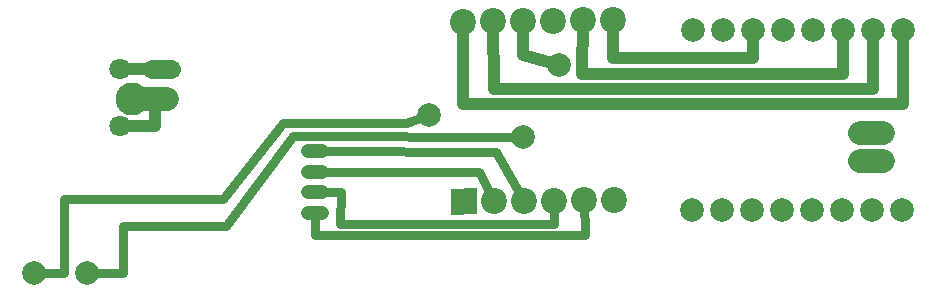
<source format=gbr>
%FSLAX34Y34*%
%MOMM*%
%LNCOPPER_BOTTOM*%
G71*
G01*
%ADD10C,1.200*%
%ADD11C,0.800*%
%ADD12C,2.200*%
%ADD13C,2.000*%
%ADD14C,2.000*%
%ADD15C,1.000*%
%ADD16C,2.800*%
%ADD17C,1.600*%
%ADD18C,2.000*%
%ADD19C,1.800*%
%LPD*%
G54D10*
X266500Y118500D02*
X278500Y118500D01*
G54D10*
X266500Y101000D02*
X278500Y101000D01*
G54D10*
X266500Y83500D02*
X278500Y83500D01*
G54D10*
X266500Y66000D02*
X278500Y66000D01*
G54D11*
X449885Y76165D02*
X426000Y118000D01*
X272500Y118500D01*
G54D11*
X272500Y101000D02*
X412000Y101000D01*
X424486Y75943D01*
G54D11*
X475284Y76387D02*
X475000Y57000D01*
X294000Y57000D01*
X294500Y83500D01*
X272500Y83500D01*
G54D11*
X272500Y66000D02*
X272500Y47000D01*
X501000Y47000D01*
X500683Y76608D01*
G36*
X387991Y86625D02*
X409991Y86817D01*
X410183Y64818D01*
X388183Y64626D01*
X387991Y86625D01*
G37*
X424486Y75943D02*
G54D12*
D03*
X449885Y76165D02*
G54D12*
D03*
X475284Y76387D02*
G54D12*
D03*
X500683Y76608D02*
G54D12*
D03*
X526082Y76830D02*
G54D12*
D03*
X524752Y229224D02*
G54D12*
D03*
X499353Y229002D02*
G54D12*
D03*
X473954Y228781D02*
G54D12*
D03*
X448555Y228559D02*
G54D12*
D03*
X423156Y228338D02*
G54D12*
D03*
X397757Y228116D02*
G54D12*
D03*
X770691Y220902D02*
G54D13*
D03*
X745291Y220880D02*
G54D13*
D03*
X719891Y220858D02*
G54D13*
D03*
X669091Y220813D02*
G54D13*
D03*
X643692Y220791D02*
G54D13*
D03*
X618291Y220769D02*
G54D13*
D03*
X592892Y220747D02*
G54D13*
D03*
X694492Y220836D02*
G54D13*
D03*
X769494Y68507D02*
G54D13*
D03*
X744094Y68485D02*
G54D13*
D03*
X718695Y68462D02*
G54D13*
D03*
X667895Y68418D02*
G54D13*
D03*
X642494Y68396D02*
G54D13*
D03*
X617094Y68374D02*
G54D13*
D03*
X591694Y68352D02*
G54D13*
D03*
X693295Y68440D02*
G54D13*
D03*
G54D14*
X734000Y110000D02*
X754000Y110000D01*
G54D14*
X734000Y134000D02*
X754000Y134000D01*
G54D15*
X524752Y229224D02*
X525000Y197000D01*
X643973Y196973D01*
X643692Y220791D01*
G54D15*
X719891Y220858D02*
X720000Y184000D01*
X499021Y184000D01*
X499353Y229002D01*
G54D15*
X745291Y220880D02*
X745000Y171000D01*
X424000Y171000D01*
X423156Y228338D01*
G54D15*
X770691Y220902D02*
X771000Y158000D01*
X398000Y158000D01*
X397757Y228116D01*
X479000Y191000D02*
G54D13*
D03*
G54D15*
X479000Y191000D02*
X449000Y200000D01*
X448555Y228559D01*
G54D11*
X80000Y15000D02*
X110000Y15000D01*
X110000Y55000D01*
X197500Y55000D01*
X254000Y131000D01*
X449000Y130000D01*
X449000Y130000D02*
G54D13*
D03*
X369000Y149000D02*
G54D13*
D03*
G54D11*
X35000Y15000D02*
X60000Y15000D01*
X60000Y77500D01*
X195000Y77500D01*
X246000Y142000D01*
X350000Y142000D01*
X369000Y149000D01*
X117500Y162500D02*
G54D16*
D03*
G54D14*
X127500Y162500D02*
X147500Y162500D01*
G54D17*
X134500Y187500D02*
X150500Y187500D01*
X35000Y15000D02*
G54D18*
D03*
X80000Y15000D02*
G54D18*
D03*
X107500Y187500D02*
G54D19*
D03*
X107500Y140000D02*
G54D19*
D03*
G54D15*
X107500Y187500D02*
X140448Y187500D01*
X141398Y188450D01*
G54D15*
X107500Y140000D02*
X137500Y140000D01*
X137550Y162950D01*
M02*

</source>
